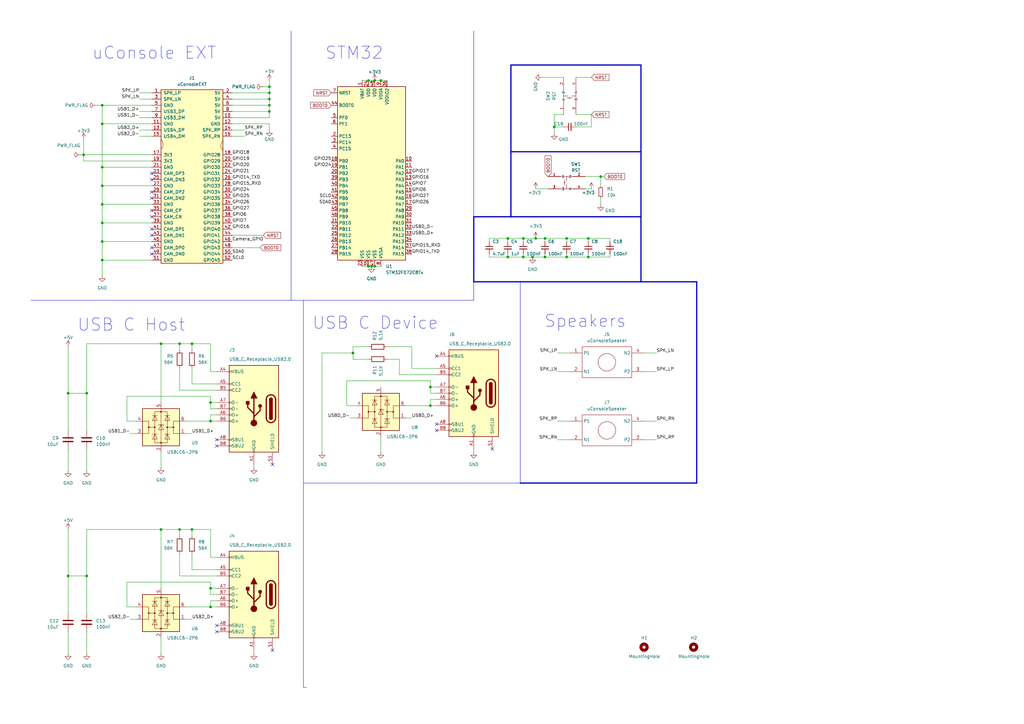
<source format=kicad_sch>
(kicad_sch (version 20231120) (generator "eeschema") (generator_version "8.0")
  (paper "A3")
  (title_block (title "uhub") (date "2023-10-19") (rev "0x01") (company "vitaly.codes"))
  (lib_symbols
    (symbol "@uhub:uConsoleExt" (pin_names (offset 1.016))
      (property "Reference" "J" (at 1.27 33.02 0))
      (property "Value" "uConsoleEXT" (at 1.27 -41.91 0))
      (symbol "uConsoleExt_0_1"
        (arc (start -11.3793 7.3977) (mid -10.5902 9.3027) (end -11.3793 11.2077))
        (arc (start 13.9259 10.8153) (mid 13.1368 8.9103) (end 13.9259 7.0053))
      )
      (symbol "uConsoleExt_1_1"
        (rectangle (start -11.43 31.75) (end 13.97 -39.37) (stroke (width 0.254)) (fill (type background)))
        (pin passive line (at -15.24 30.48 0) (length 3.81) (name "SPK_LP") (number "1"))
        (pin power_in line (at 17.78 20.32 180) (length 3.81) (name "5V") (number "10"))
        (pin passive line (at -15.24 17.78 0) (length 3.81) (name "GND") (number "11"))
        (pin power_in line (at 17.78 17.78 180) (length 3.81) (name "GND") (number "12"))
        (pin passive line (at -15.24 15.24 0) (length 3.81) (name "USB4_DP") (number "13"))
        (pin passive line (at 17.78 15.24 180) (length 3.81) (name "SPK_RP") (number "14"))
        (pin passive line (at -15.24 12.7 0) (length 3.81) (name "USB4_DM") (number "15"))
        (pin passive line (at 17.78 12.7 180) (length 3.81) (name "SPK_RN") (number "16"))
        (pin power_in line (at -15.24 5.08 0) (length 3.81) (name "3V3") (number "17"))
        (pin passive line (at 17.78 5.08 180) (length 3.81) (name "GPIO28") (number "18"))
        (pin power_in line (at -15.24 2.54 0) (length 3.81) (name "3V3") (number "19"))
        (pin power_in line (at 17.78 30.48 180) (length 3.81) (name "5V") (number "2"))
        (pin passive line (at 17.78 2.54 180) (length 3.81) (name "GPIO29") (number "20"))
        (pin passive line (at -15.24 0 0) (length 3.81) (name "GND") (number "21"))
        (pin passive line (at 17.78 0 180) (length 3.81) (name "GPIO30") (number "22"))
        (pin passive line (at -15.24 -2.54 0) (length 3.81) (name "CAM_DP3") (number "23"))
        (pin passive line (at 17.78 -2.54 180) (length 3.81) (name "GPIO31") (number "24"))
        (pin passive line (at -15.24 -5.08 0) (length 3.81) (name "CAM_DN3") (number "25"))
        (pin passive line (at 17.78 -5.08 180) (length 3.81) (name "GPIO32") (number "26"))
        (pin passive line (at -15.24 -7.62 0) (length 3.81) (name "GND") (number "27"))
        (pin passive line (at 17.78 -7.62 180) (length 3.81) (name "GPIO33") (number "28"))
        (pin passive line (at -15.24 -10.16 0) (length 3.81) (name "CAM_DP2") (number "29"))
        (pin passive line (at -15.24 27.94 0) (length 3.81) (name "SPK_LN") (number "3"))
        (pin passive line (at 17.78 -10.16 180) (length 3.81) (name "GPIO34") (number "30"))
        (pin passive line (at -15.24 -12.7 0) (length 3.81) (name "CAM_DN2") (number "31"))
        (pin passive line (at 17.78 -12.7 180) (length 3.81) (name "GPIO35") (number "32"))
        (pin passive line (at -15.24 -15.24 0) (length 3.81) (name "GND") (number "33"))
        (pin passive line (at 17.78 -15.24 180) (length 3.81) (name "GPIO36") (number "34"))
        (pin passive line (at -15.24 -17.78 0) (length 3.81) (name "CAM_CP") (number "35"))
        (pin passive line (at 17.78 -17.78 180) (length 3.81) (name "GPIO37") (number "36"))
        (pin passive line (at -15.24 -20.32 0) (length 3.81) (name "CAM_CN") (number "37"))
        (pin passive line (at 17.78 -20.32 180) (length 3.81) (name "GPIO38") (number "38"))
        (pin passive line (at -15.24 -22.86 0) (length 3.81) (name "GND") (number "39"))
        (pin power_in line (at 17.78 27.94 180) (length 3.81) (name "5V") (number "4"))
        (pin passive line (at 17.78 -22.86 180) (length 3.81) (name "GPIO39") (number "40"))
        (pin passive line (at -15.24 -25.4 0) (length 3.81) (name "CAM_DP1") (number "41"))
        (pin passive line (at 17.78 -25.4 180) (length 3.81) (name "GPIO40") (number "42"))
        (pin passive line (at -15.24 -27.94 0) (length 3.81) (name "CAM_DN1") (number "43"))
        (pin passive line (at 17.78 -27.94 180) (length 3.81) (name "GPIO41") (number "44"))
        (pin passive line (at -15.24 -30.48 0) (length 3.81) (name "GND") (number "45"))
        (pin passive line (at 17.78 -30.48 180) (length 3.81) (name "GPIO42") (number "46"))
        (pin passive line (at -15.24 -33.02 0) (length 3.81) (name "CAM_DP0") (number "47"))
        (pin passive line (at 17.78 -33.02 180) (length 3.81) (name "GPIO43") (number "48"))
        (pin passive line (at -15.24 -35.56 0) (length 3.81) (name "CAM_DN0") (number "49"))
        (pin passive line (at -15.24 25.4 0) (length 3.81) (name "GND") (number "5"))
        (pin passive line (at 17.78 -35.56 180) (length 3.81) (name "GPIO44") (number "50"))
        (pin passive line (at -15.24 -38.1 0) (length 3.81) (name "GND") (number "51"))
        (pin passive line (at 17.78 -38.1 180) (length 3.81) (name "GPIO45") (number "52"))
        (pin power_in line (at 17.78 25.4 180) (length 3.81) (name "5V") (number "6"))
        (pin passive line (at -15.24 22.86 0) (length 3.81) (name "USB3_DP") (number "7"))
        (pin power_in line (at 17.78 22.86 180) (length 3.81) (name "5V") (number "8"))
        (pin passive line (at -15.24 20.32 0) (length 3.81) (name "USB3_DM") (number "9"))
      )
    )
    (symbol "@uhub:uConsoleSpeaker" (in_bom no)
      (property "Reference" "J" (at 0 2.54 0))
      (property "Value" "uConsoleSpeaker" (at 0 0 0))
      (symbol "uConsoleSpeaker_0_1"
        (rectangle (start -10.16 -1.27) (end 10.16 -13.97))
        (circle (center 0 -7.62) (radius 3.5921))
      )
      (symbol "uConsoleSpeaker_1_1"
        (pin bidirectional line (at -15.24 -3.81 0) (length 5.08) (name "P1") (number "1"))
        (pin bidirectional line (at -15.24 -11.43 0) (length 5.08) (name "N1") (number "2"))
        (pin bidirectional line (at 15.24 -11.43 180) (length 5.08) (name "P2") (number "3"))
        (pin bidirectional line (at 15.24 -3.81 180) (length 5.08) (name "N2") (number "4"))
      )
    )
    (symbol "Connector:USB_C_Receptacle_USB2.0" (pin_names (offset 1.016))
      (property "Reference" "J" (at -10.16 19.05 0))
      (property "Value" "USB_C_Receptacle_USB2.0" (at 19.05 19.05 0))
      (symbol "USB_C_Receptacle_USB2.0_0_0"
        (rectangle (start -0.254 -17.78) (end 0.254 -16.764))
        (rectangle (start 10.16 -14.986) (end 9.144 -15.494))
        (rectangle (start 10.16 -12.446) (end 9.144 -12.954))
        (rectangle (start 10.16 -4.826) (end 9.144 -5.334))
        (rectangle (start 10.16 -2.286) (end 9.144 -2.794))
        (rectangle (start 10.16 0.254) (end 9.144 -0.254))
        (rectangle (start 10.16 2.794) (end 9.144 2.286))
        (rectangle (start 10.16 7.874) (end 9.144 7.366))
        (rectangle (start 10.16 10.414) (end 9.144 9.906))
        (rectangle (start 10.16 15.494) (end 9.144 14.986))
      )
      (symbol "USB_C_Receptacle_USB2.0_0_1"
        (rectangle (start -10.16 17.78) (end 10.16 -17.78) (stroke (width 0.254)) (fill (type background)))
        (arc (start -8.89 -3.81) (mid -6.985 -5.7067) (end -5.08 -3.81) (stroke (width 0.508)))
        (arc (start -7.62 -3.81) (mid -6.985 -4.4423) (end -6.35 -3.81) (stroke (width 0.254)))
        (arc (start -7.62 -3.81) (mid -6.985 -4.4423) (end -6.35 -3.81) (stroke (width 0.254)) (fill (type outline)))
        (rectangle (start -7.62 -3.81) (end -6.35 3.81) (stroke (width 0.254)) (fill (type outline)))
        (arc (start -6.35 3.81) (mid -6.985 4.4423) (end -7.62 3.81) (stroke (width 0.254)))
        (arc (start -6.35 3.81) (mid -6.985 4.4423) (end -7.62 3.81) (stroke (width 0.254)) (fill (type outline)))
        (arc (start -5.08 3.81) (mid -6.985 5.7067) (end -8.89 3.81) (stroke (width 0.508)))
        (circle (center -2.54 1.143) (radius 0.635) (stroke (width 0.254)) (fill (type outline)))
        (circle (center 0 -5.842) (radius 1.27) (fill (type outline)))
        (polyline (pts (xy -8.89 -3.81) (xy -8.89 3.81)) (stroke (width 0.508)))
        (polyline (pts (xy -5.08 3.81) (xy -5.08 -3.81)) (stroke (width 0.508)))
        (polyline (pts (xy 0 -5.842) (xy 0 4.318)) (stroke (width 0.508)))
        (polyline (pts (xy 0 -3.302) (xy -2.54 -0.762) (xy -2.54 0.508)) (stroke (width 0.508)))
        (polyline (pts (xy 0 -2.032) (xy 2.54 0.508) (xy 2.54 1.778)) (stroke (width 0.508)))
        (polyline (pts (xy -1.27 4.318) (xy 0 6.858) (xy 1.27 4.318) (xy -1.27 4.318)) (stroke (width 0.254)) (fill (type outline)))
        (rectangle (start 1.905 1.778) (end 3.175 3.048) (stroke (width 0.254)) (fill (type outline)))
      )
      (symbol "USB_C_Receptacle_USB2.0_1_1"
        (pin passive line (at 0 -22.86 90) (length 5.08) (name "GND") (number "A1"))
        (pin passive line (at 0 -22.86 90) (length 5.08) hide (name "GND") (number "A12"))
        (pin passive line (at 15.24 15.24 180) (length 5.08) (name "VBUS") (number "A4"))
        (pin bidirectional line (at 15.24 10.16 180) (length 5.08) (name "CC1") (number "A5"))
        (pin bidirectional line (at 15.24 -2.54 180) (length 5.08) (name "D+") (number "A6"))
        (pin bidirectional line (at 15.24 2.54 180) (length 5.08) (name "D-") (number "A7"))
        (pin bidirectional line (at 15.24 -12.7 180) (length 5.08) (name "SBU1") (number "A8"))
        (pin passive line (at 15.24 15.24 180) (length 5.08) hide (name "VBUS") (number "A9"))
        (pin passive line (at 0 -22.86 90) (length 5.08) hide (name "GND") (number "B1"))
        (pin passive line (at 0 -22.86 90) (length 5.08) hide (name "GND") (number "B12"))
        (pin passive line (at 15.24 15.24 180) (length 5.08) hide (name "VBUS") (number "B4"))
        (pin bidirectional line (at 15.24 7.62 180) (length 5.08) (name "CC2") (number "B5"))
        (pin bidirectional line (at 15.24 -5.08 180) (length 5.08) (name "D+") (number "B6"))
        (pin bidirectional line (at 15.24 0 180) (length 5.08) (name "D-") (number "B7"))
        (pin bidirectional line (at 15.24 -15.24 180) (length 5.08) (name "SBU2") (number "B8"))
        (pin passive line (at 15.24 15.24 180) (length 5.08) hide (name "VBUS") (number "B9"))
        (pin passive line (at -7.62 -22.86 90) (length 5.08) (name "SHIELD") (number "S1"))
      )
    )
    (symbol "Device:C" (pin_numbers hide) (pin_names (offset 0.254))
      (property "Reference" "C" (at 0.635 2.54 0))
      (property "Value" "C" (at 0.635 -2.54 0))
      (symbol "C_0_1"
        (polyline (pts (xy -2.032 -0.762) (xy 2.032 -0.762)) (stroke (width 0.508)))
        (polyline (pts (xy -2.032 0.762) (xy 2.032 0.762)) (stroke (width 0.508)))
      )
      (symbol "C_1_1"
        (pin passive line (at 0 3.81 270) (length 2.794) (name "~") (number "1"))
        (pin passive line (at 0 -3.81 90) (length 2.794) (name "~") (number "2"))
      )
    )
    (symbol "Device:C_Small" (pin_numbers hide) (pin_names (offset 0.254) hide)
      (property "Reference" "C" (at 0.254 1.778 0))
      (property "Value" "C_Small" (at 0.254 -2.032 0))
      (symbol "C_Small_0_1"
        (polyline (pts (xy -1.524 -0.508) (xy 1.524 -0.508)) (stroke (width 0.3302)))
        (polyline (pts (xy -1.524 0.508) (xy 1.524 0.508)) (stroke (width 0.3048)))
      )
      (symbol "C_Small_1_1"
        (pin passive line (at 0 2.54 270) (length 2.032) (name "~") (number "1"))
        (pin passive line (at 0 -2.54 90) (length 2.032) (name "~") (number "2"))
      )
    )
    (symbol "Device:R" (pin_numbers hide) (pin_names (offset 0))
      (property "Reference" "R" (at 2.032 0 90))
      (property "Value" "R" (at 0 0 90))
      (symbol "R_0_1"
        (rectangle (start -1.016 -2.54) (end 1.016 2.54) (stroke (width 0.254)))
      )
      (symbol "R_1_1"
        (pin passive line (at 0 3.81 270) (length 1.27) (name "~") (number "1"))
        (pin passive line (at 0 -3.81 90) (length 1.27) (name "~") (number "2"))
      )
    )
    (symbol "Device:R_Small" (pin_numbers hide) (pin_names (offset 0.254) hide)
      (property "Reference" "R" (at 0.762 0.508 0))
      (property "Value" "R_Small" (at 0.762 -1.016 0))
      (symbol "R_Small_0_1"
        (rectangle (start -0.762 1.778) (end 0.762 -1.778) (stroke (width 0.2032)))
      )
      (symbol "R_Small_1_1"
        (pin passive line (at 0 2.54 270) (length 0.762) (name "~") (number "1"))
        (pin passive line (at 0 -2.54 90) (length 0.762) (name "~") (number "2"))
      )
    )
    (symbol "JLCPCB_symbol:SKRPACE010"
      (property "Reference" "U" (at 0 1.27 0))
      (property "Value" "SKRPACE010" (at 0 -2.54 0))
      (symbol "SKRPACE010_0_1"
        (polyline (pts (xy -2.54 -3.81) (xy 2.54 -3.81)))
        (polyline (pts (xy -2.54 1.27) (xy 2.54 1.27)))
        (polyline (pts (xy -0.762 0) (xy -0.762 -2.286)))
        (polyline (pts (xy 0 -3.81) (xy 0 -2.032)))
        (polyline (pts (xy 0 0.254) (xy 0 -0.508)))
        (polyline (pts (xy 0 1.27) (xy 0 0.254)))
        (polyline (pts (xy -0.762 -1.016) (xy -1.016 -1.016) (xy -1.016 -1.27) (xy -0.762 -1.27)))
        (pin unspecified line (at -7.62 1.27 0) (length 5.08) (name "1") (number "1"))
        (pin unspecified line (at 7.62 1.27 180) (length 5.08) (name "2") (number "2"))
        (pin unspecified line (at -7.62 -3.81 0) (length 5.08) (name "3") (number "3"))
        (pin unspecified line (at 7.62 -3.81 180) (length 5.08) (name "4") (number "4"))
      )
    )
    (symbol "MCU_ST_STM32F0:STM32F072C8Tx"
      (property "Reference" "U" (at -15.24 36.83 0))
      (property "Value" "STM32F072C8Tx" (at 7.62 36.83 0))
      (symbol "STM32F072C8Tx_0_1"
        (rectangle (start -15.24 -35.56) (end 12.7 35.56) (stroke (width 0.254)) (fill (type background)))
      )
      (symbol "STM32F072C8Tx_1_1"
        (pin power_in line (at -5.08 38.1 270) (length 2.54) (name "VBAT") (number "1"))
        (pin bidirectional line (at 15.24 5.08 180) (length 2.54) (name "PA0") (number "10"))
        (pin bidirectional line (at 15.24 2.54 180) (length 2.54) (name "PA1") (number "11"))
        (pin bidirectional line (at 15.24 0 180) (length 2.54) (name "PA2") (number "12"))
        (pin bidirectional line (at 15.24 -2.54 180) (length 2.54) (name "PA3") (number "13"))
        (pin bidirectional line (at 15.24 -5.08 180) (length 2.54) (name "PA4") (number "14"))
        (pin bidirectional line (at 15.24 -7.62 180) (length 2.54) (name "PA5") (number "15"))
        (pin bidirectional line (at 15.24 -10.16 180) (length 2.54) (name "PA6") (number "16"))
        (pin bidirectional line (at 15.24 -12.7 180) (length 2.54) (name "PA7") (number "17"))
        (pin bidirectional line (at -17.78 5.08 0) (length 2.54) (name "PB0") (number "18"))
        (pin bidirectional line (at -17.78 2.54 0) (length 2.54) (name "PB1") (number "19"))
        (pin bidirectional line (at -17.78 15.24 0) (length 2.54) (name "PC13") (number "2"))
        (pin bidirectional line (at -17.78 0 0) (length 2.54) (name "PB2") (number "20"))
        (pin bidirectional line (at -17.78 -20.32 0) (length 2.54) (name "PB10") (number "21"))
        (pin bidirectional line (at -17.78 -22.86 0) (length 2.54) (name "PB11") (number "22"))
        (pin power_in line (at -5.08 -38.1 90) (length 2.54) (name "VSS") (number "23"))
        (pin power_in line (at -2.54 38.1 270) (length 2.54) (name "VDD") (number "24"))
        (pin bidirectional line (at -17.78 -25.4 0) (length 2.54) (name "PB12") (number "25"))
        (pin bidirectional line (at -17.78 -27.94 0) (length 2.54) (name "PB13") (number "26"))
        (pin bidirectional line (at -17.78 -30.48 0) (length 2.54) (name "PB14") (number "27"))
        (pin bidirectional line (at -17.78 -33.02 0) (length 2.54) (name "PB15") (number "28"))
        (pin bidirectional line (at 15.24 -15.24 180) (length 2.54) (name "PA8") (number "29"))
        (pin bidirectional line (at -17.78 12.7 0) (length 2.54) (name "PC14") (number "3"))
        (pin bidirectional line (at 15.24 -17.78 180) (length 2.54) (name "PA9") (number "30"))
        (pin bidirectional line (at 15.24 -20.32 180) (length 2.54) (name "PA10") (number "31"))
        (pin bidirectional line (at 15.24 -22.86 180) (length 2.54) (name "PA11") (number "32"))
        (pin bidirectional line (at 15.24 -25.4 180) (length 2.54) (name "PA12") (number "33"))
        (pin bidirectional line (at 15.24 -27.94 180) (length 2.54) (name "PA13") (number "34"))
        (pin power_in line (at -2.54 -38.1 90) (length 2.54) (name "VSS") (number "35"))
        (pin power_in line (at 5.08 38.1 270) (length 2.54) (name "VDDIO2") (number "36"))
        (pin bidirectional line (at 15.24 -30.48 180) (length 2.54) (name "PA14") (number "37"))
        (pin bidirectional line (at 15.24 -33.02 180) (length 2.54) (name "PA15") (number "38"))
        (pin bidirectional line (at -17.78 -2.54 0) (length 2.54) (name "PB3") (number "39"))
        (pin bidirectional line (at -17.78 10.16 0) (length 2.54) (name "PC15") (number "4"))
        (pin bidirectional line (at -17.78 -5.08 0) (length 2.54) (name "PB4") (number "40"))
        (pin bidirectional line (at -17.78 -7.62 0) (length 2.54) (name "PB5") (number "41"))
        (pin bidirectional line (at -17.78 -10.16 0) (length 2.54) (name "PB6") (number "42"))
        (pin bidirectional line (at -17.78 -12.7 0) (length 2.54) (name "PB7") (number "43"))
        (pin input line (at -17.78 27.94 0) (length 2.54) (name "BOOT0") (number "44"))
        (pin bidirectional line (at -17.78 -15.24 0) (length 2.54) (name "PB8") (number "45"))
        (pin bidirectional line (at -17.78 -17.78 0) (length 2.54) (name "PB9") (number "46"))
        (pin power_in line (at 0 -38.1 90) (length 2.54) (name "VSS") (number "47"))
        (pin power_in line (at 0 38.1 270) (length 2.54) (name "VDD") (number "48"))
        (pin input line (at -17.78 22.86 0) (length 2.54) (name "PF0") (number "5"))
        (pin input line (at -17.78 20.32 0) (length 2.54) (name "PF1") (number "6"))
        (pin input line (at -17.78 33.02 0) (length 2.54) (name "NRST") (number "7"))
        (pin power_in line (at 2.54 -38.1 90) (length 2.54) (name "VSSA") (number "8"))
        (pin power_in line (at 2.54 38.1 270) (length 2.54) (name "VDDA") (number "9"))
      )
    )
    (symbol "Mechanical:MountingHole" (pin_names (offset 1.016))
      (property "Reference" "H" (at 0 5.08 0))
      (property "Value" "MountingHole" (at 0 3.175 0))
      (symbol "MountingHole_0_1"
        (circle (center 0 0) (radius 1.27) (stroke (width 1.27)))
      )
    )
    (symbol "Power_Protection:USBLC6-2P6" (pin_names hide)
      (property "Reference" "U" (at 2.54 8.89 0))
      (property "Value" "USBLC6-2P6" (at 2.54 -8.89 0))
      (symbol "USBLC6-2P6_0_1"
        (rectangle (start -7.62 -7.62) (end 7.62 7.62) (stroke (width 0.254)) (fill (type background)))
        (circle (center -5.08 0) (radius 0.254) (fill (type outline)))
        (circle (center -2.54 0) (radius 0.254) (fill (type outline)))
        (rectangle (start -2.54 6.35) (end 2.54 -6.35))
        (circle (center 0 -6.35) (radius 0.254) (fill (type outline)))
        (polyline (pts (xy -5.08 -2.54) (xy -7.62 -2.54)))
        (polyline (pts (xy -5.08 0) (xy -5.08 -2.54)))
        (polyline (pts (xy -5.08 2.54) (xy -7.62 2.54)))
        (polyline (pts (xy -1.524 -2.794) (xy -3.556 -2.794)))
        (polyline (pts (xy -1.524 4.826) (xy -3.556 4.826)))
        (polyline (pts (xy 0 -7.62) (xy 0 -6.35)))
        (polyline (pts (xy 0 -6.35) (xy 0 1.27)))
        (polyline (pts (xy 0 1.27) (xy 0 6.35)))
        (polyline (pts (xy 0 6.35) (xy 0 7.62)))
        (polyline (pts (xy 1.524 -2.794) (xy 3.556 -2.794)))
        (polyline (pts (xy 1.524 4.826) (xy 3.556 4.826)))
        (polyline (pts (xy 5.08 -2.54) (xy 7.62 -2.54)))
        (polyline (pts (xy 5.08 0) (xy 5.08 -2.54)))
        (polyline (pts (xy 5.08 2.54) (xy 7.62 2.54)))
        (polyline (pts (xy -2.54 0) (xy -5.08 0) (xy -5.08 2.54)))
        (polyline (pts (xy 2.54 0) (xy 5.08 0) (xy 5.08 2.54)))
        (polyline (pts (xy -3.556 -4.826) (xy -1.524 -4.826) (xy -2.54 -2.794) (xy -3.556 -4.826)))
        (polyline (pts (xy -3.556 2.794) (xy -1.524 2.794) (xy -2.54 4.826) (xy -3.556 2.794)))
        (polyline (pts (xy -1.016 -1.016) (xy 1.016 -1.016) (xy 0 1.016) (xy -1.016 -1.016)))
        (polyline (pts (xy 1.016 1.016) (xy 0.762 1.016) (xy -1.016 1.016) (xy -1.016 0.508)))
        (polyline (pts (xy 3.556 -4.826) (xy 1.524 -4.826) (xy 2.54 -2.794) (xy 3.556 -4.826)))
        (polyline (pts (xy 3.556 2.794) (xy 1.524 2.794) (xy 2.54 4.826) (xy 3.556 2.794)))
        (circle (center 0 6.35) (radius 0.254) (fill (type outline)))
        (circle (center 2.54 0) (radius 0.254) (fill (type outline)))
        (circle (center 5.08 0) (radius 0.254) (fill (type outline)))
      )
      (symbol "USBLC6-2P6_1_1"
        (pin passive line (at -10.16 -2.54 0) (length 2.54) (name "I/O1") (number "1"))
        (pin passive line (at 0 -10.16 90) (length 2.54) (name "GND") (number "2"))
        (pin passive line (at 10.16 -2.54 180) (length 2.54) (name "I/O2") (number "3"))
        (pin passive line (at 10.16 2.54 180) (length 2.54) (name "I/O2") (number "4"))
        (pin passive line (at 0 10.16 270) (length 2.54) (name "VBUS") (number "5"))
        (pin passive line (at -10.16 2.54 0) (length 2.54) (name "I/O1") (number "6"))
      )
    )
    (symbol "power:+3.3V" (power) (pin_names (offset 0))
      (property "Value" "+3.3V" (at 0 3.556 0))
      (symbol "+3.3V_0_1"
        (polyline (pts (xy -0.762 1.27) (xy 0 2.54)))
        (polyline (pts (xy 0 0) (xy 0 2.54)))
        (polyline (pts (xy 0 2.54) (xy 0.762 1.27)))
      )
      (symbol "+3.3V_1_1"
        (pin power_in line (at 0 0 90) (length 0) hide (name "+3.3V") (number "1"))
      )
    )
    (symbol "power:+3V3" (power) (pin_names (offset 0))
      (property "Value" "+3V3" (at 0 3.556 0))
      (symbol "+3V3_0_1"
        (polyline (pts (xy -0.762 1.27) (xy 0 2.54)))
        (polyline (pts (xy 0 0) (xy 0 2.54)))
        (polyline (pts (xy 0 2.54) (xy 0.762 1.27)))
      )
      (symbol "+3V3_1_1"
        (pin power_in line (at 0 0 90) (length 0) hide (name "+3V3") (number "1"))
      )
    )
    (symbol "power:+5V" (power) (pin_names (offset 0))
      (property "Value" "+5V" (at 0 3.556 0))
      (symbol "+5V_0_1"
        (polyline (pts (xy -0.762 1.27) (xy 0 2.54)))
        (polyline (pts (xy 0 0) (xy 0 2.54)))
        (polyline (pts (xy 0 2.54) (xy 0.762 1.27)))
      )
      (symbol "+5V_1_1"
        (pin power_in line (at 0 0 90) (length 0) hide (name "+5V") (number "1"))
      )
    )
    (symbol "power:GND" (power) (pin_names (offset 0))
      (property "Value" "GND" (at 0 -3.81 0))
      (symbol "GND_0_1"
        (polyline (pts (xy 0 0) (xy 0 -1.27) (xy 1.27 -1.27) (xy 0 -2.54) (xy -1.27 -1.27) (xy 0 -1.27)))
      )
      (symbol "GND_1_1"
        (pin power_in line (at 0 0 270) (length 0) hide (name "GND") (number "1"))
      )
    )
    (symbol "power:PWR_FLAG" (power) (pin_numbers hide) (pin_names (offset 0) hide)
      (property "Value" "PWR_FLAG" (at 0 3.81 0))
      (symbol "PWR_FLAG_0_0"
        (pin power_out line (at 0 0 90) (length 0) (name "pwr") (number "1"))
      )
      (symbol "PWR_FLAG_0_1"
        (polyline (pts (xy 0 0) (xy 0 1.27) (xy -1.016 1.905) (xy 0 2.54) (xy 1.016 1.905) (xy 0 1.27)))
      )
    )
  )
  (junction (at 110.49 38.1))
  (junction (at 246.38 72.39))
  (junction (at 151.13 33.02))
  (junction (at 219.71 97.79))
  (junction (at 153.67 109.22))
  (junction (at 78.74 140.97))
  (junction (at 110.49 45.72))
  (junction (at 41.91 83.82))
  (junction (at 86.36 172.72))
  (junction (at 41.91 43.18))
  (junction (at 176.53 158.75))
  (junction (at 223.52 105.41))
  (junction (at 241.3 97.79))
  (junction (at 208.28 105.41))
  (junction (at 41.91 50.8))
  (junction (at 232.41 105.41))
  (junction (at 86.36 241.3))
  (junction (at 176.53 166.37))
  (junction (at 78.74 217.17))
  (junction (at 66.04 140.97))
  (junction (at 144.78 144.78))
  (junction (at 214.63 97.79))
  (junction (at 41.91 91.44))
  (junction (at 73.66 217.17))
  (junction (at 152.4 109.22))
  (junction (at 214.63 105.41))
  (junction (at 27.94 236.22))
  (junction (at 241.3 105.41))
  (junction (at 34.29 63.5))
  (junction (at 41.91 106.68))
  (junction (at 156.21 33.02))
  (junction (at 227.33 52.07))
  (junction (at 35.56 236.22))
  (junction (at 86.36 248.92))
  (junction (at 66.04 217.17))
  (junction (at 41.91 68.58))
  (junction (at 73.66 140.97))
  (junction (at 151.13 109.22))
  (junction (at 153.67 33.02))
  (junction (at 27.94 161.29))
  (junction (at 232.41 97.79))
  (junction (at 218.44 105.41))
  (junction (at 110.49 35.56))
  (junction (at 110.49 40.64))
  (junction (at 41.91 99.06))
  (junction (at 110.49 43.18))
  (junction (at 35.56 161.29))
  (junction (at 208.28 97.79))
  (junction (at 223.52 97.79))
  (junction (at 86.36 165.1))
  (junction (at 41.91 76.2))
  (no_connect (at 62.23 104.14))
  (no_connect (at 201.93 184.15))
  (no_connect (at 62.23 101.6))
  (no_connect (at 88.9 182.88))
  (no_connect (at 179.07 176.53))
  (no_connect (at 62.23 88.9))
  (no_connect (at 111.76 190.5))
  (no_connect (at 62.23 81.28))
  (no_connect (at 62.23 86.36))
  (no_connect (at 179.07 146.05))
  (no_connect (at 62.23 96.52))
  (no_connect (at 88.9 256.54))
  (no_connect (at 179.07 173.99))
  (no_connect (at 111.76 266.7))
  (no_connect (at 62.23 71.12))
  (no_connect (at 62.23 78.74))
  (no_connect (at 62.23 73.66))
  (no_connect (at 88.9 259.08))
  (no_connect (at 62.23 93.98))
  (no_connect (at 88.9 180.34))
  (wire (pts (xy 41.91 68.58) (xy 62.23 68.58)))
  (wire (pts (xy 78.74 233.68) (xy 78.74 227.33)))
  (wire (pts (xy 110.49 43.18) (xy 110.49 45.72)))
  (wire (pts (xy 214.63 97.79) (xy 214.63 99.06)))
  (wire (pts (xy 41.91 91.44) (xy 41.91 99.06)))
  (wire (pts (xy 104.14 267.97) (xy 104.14 266.7)))
  (wire (pts (xy 57.15 40.64) (xy 62.23 40.64)))
  (wire (pts (xy 236.22 46.99) (xy 242.57 46.99)))
  (wire (pts (xy 236.22 52.07) (xy 242.57 52.07)))
  (wire (pts (xy 228.6 152.4) (xy 233.68 152.4)))
  (wire (pts (xy 41.91 50.8) (xy 62.23 50.8)))
  (wire (pts (xy 110.49 35.56) (xy 110.49 38.1)))
  (wire (pts (xy 156.21 33.02) (xy 153.67 33.02)))
  (wire (pts (xy 194.31 185.42) (xy 194.31 184.15)))
  (wire (pts (xy 27.94 217.17) (xy 27.94 236.22)))
  (wire (pts (xy 168.91 151.13) (xy 179.07 151.13)))
  (wire (pts (xy 219.71 97.79) (xy 223.52 97.79)))
  (wire (pts (xy 86.36 162.56) (xy 86.36 165.1)))
  (polyline (pts (xy 262.89 88.9) (xy 262.89 26.67)) (stroke (width 0.5) (type solid)))
  (wire (pts (xy 78.74 177.8) (xy 76.2 177.8)))
  (wire (pts (xy 176.53 166.37) (xy 179.07 166.37)))
  (wire (pts (xy 219.71 77.47) (xy 224.79 77.47)))
  (wire (pts (xy 35.56 184.15) (xy 35.56 193.04)))
  (wire (pts (xy 35.56 236.22) (xy 35.56 251.46)))
  (wire (pts (xy 95.25 40.64) (xy 110.49 40.64)))
  (wire (pts (xy 88.9 246.38) (xy 86.36 246.38)))
  (wire (pts (xy 144.78 144.78) (xy 144.78 142.24)))
  (wire (pts (xy 241.3 105.41) (xy 250.19 105.41)))
  (wire (pts (xy 208.28 97.79) (xy 208.28 99.06)))
  (polyline (pts (xy 124.46 123.19) (xy 124.46 281.94)))
  (polyline (pts (xy 209.55 88.9) (xy 262.89 88.9)) (stroke (width 0.5) (type solid)))
  (wire (pts (xy 144.78 147.32) (xy 144.78 144.78)))
  (polyline (pts (xy 209.55 26.67) (xy 262.89 26.67)) (stroke (width 0.5) (type solid)))
  (wire (pts (xy 27.94 142.24) (xy 27.94 161.29)))
  (wire (pts (xy 86.36 217.17) (xy 86.36 228.6)))
  (wire (pts (xy 208.28 105.41) (xy 214.63 105.41)))
  (wire (pts (xy 106.68 101.6) (xy 95.25 101.6)))
  (wire (pts (xy 78.74 157.48) (xy 78.74 151.13)))
  (wire (pts (xy 156.21 33.02) (xy 158.75 33.02)))
  (wire (pts (xy 52.07 248.92) (xy 52.07 238.76)))
  (wire (pts (xy 166.37 166.37) (xy 176.53 166.37)))
  (wire (pts (xy 218.44 105.41) (xy 223.52 105.41)))
  (wire (pts (xy 241.3 97.79) (xy 241.3 99.06)))
  (polyline (pts (xy 285.75 115.57) (xy 285.75 198.12)) (stroke (width 0.5) (type solid)))
  (wire (pts (xy 163.83 147.32) (xy 158.75 147.32)))
  (wire (pts (xy 246.38 72.39) (xy 247.65 72.39)))
  (polyline (pts (xy 209.55 26.67) (xy 209.55 88.9)) (stroke (width 0.5) (type solid)))
  (polyline (pts (xy 194.31 88.9) (xy 194.31 115.57)) (stroke (width 0.5) (type solid)))
  (wire (pts (xy 52.07 172.72) (xy 52.07 162.56)))
  (wire (pts (xy 86.36 243.84) (xy 86.36 241.3)))
  (wire (pts (xy 250.19 97.79) (xy 250.19 99.06)))
  (wire (pts (xy 86.36 243.84) (xy 88.9 243.84)))
  (wire (pts (xy 73.66 217.17) (xy 78.74 217.17)))
  (wire (pts (xy 27.94 184.15) (xy 27.94 193.04)))
  (wire (pts (xy 78.74 217.17) (xy 86.36 217.17)))
  (wire (pts (xy 88.9 160.02) (xy 73.66 160.02)))
  (wire (pts (xy 208.28 104.14) (xy 208.28 105.41)))
  (wire (pts (xy 95.25 38.1) (xy 110.49 38.1)))
  (wire (pts (xy 35.56 259.08) (xy 35.56 267.97)))
  (wire (pts (xy 86.36 152.4) (xy 88.9 152.4)))
  (wire (pts (xy 41.91 50.8) (xy 41.91 68.58)))
  (wire (pts (xy 55.88 248.92) (xy 52.07 248.92)))
  (wire (pts (xy 86.36 140.97) (xy 86.36 152.4)))
  (wire (pts (xy 223.52 105.41) (xy 232.41 105.41)))
  (wire (pts (xy 142.24 156.21) (xy 176.53 156.21)))
  (wire (pts (xy 34.29 57.15) (xy 34.29 63.5)))
  (wire (pts (xy 223.52 97.79) (xy 232.41 97.79)))
  (wire (pts (xy 52.07 238.76) (xy 86.36 238.76)))
  (wire (pts (xy 100.33 55.88) (xy 95.25 55.88)))
  (wire (pts (xy 88.9 233.68) (xy 78.74 233.68)))
  (wire (pts (xy 222.25 31.75) (xy 231.14 31.75)))
  (wire (pts (xy 78.74 140.97) (xy 86.36 140.97)))
  (wire (pts (xy 41.91 43.18) (xy 62.23 43.18)))
  (wire (pts (xy 88.9 241.3) (xy 86.36 241.3)))
  (wire (pts (xy 242.57 52.07) (xy 242.57 46.99)))
  (wire (pts (xy 227.33 54.61) (xy 227.33 52.07)))
  (wire (pts (xy 168.91 151.13) (xy 168.91 142.24)))
  (wire (pts (xy 232.41 105.41) (xy 241.3 105.41)))
  (wire (pts (xy 57.15 48.26) (xy 62.23 48.26)))
  (wire (pts (xy 95.25 45.72) (xy 110.49 45.72)))
  (wire (pts (xy 86.36 167.64) (xy 86.36 165.1)))
  (polyline (pts (xy 124.46 198.12) (xy 213.36 198.12)))
  (wire (pts (xy 269.24 152.4) (xy 264.16 152.4)))
  (wire (pts (xy 57.15 53.34) (xy 62.23 53.34)))
  (wire (pts (xy 148.59 109.22) (xy 151.13 109.22)))
  (wire (pts (xy 66.04 217.17) (xy 73.66 217.17)))
  (wire (pts (xy 88.9 165.1) (xy 86.36 165.1)))
  (polyline (pts (xy 194.31 115.57) (xy 262.89 115.57)) (stroke (width 0.5) (type solid)))
  (wire (pts (xy 86.36 238.76) (xy 86.36 241.3)))
  (wire (pts (xy 88.9 157.48) (xy 78.74 157.48)))
  (wire (pts (xy 241.3 104.14) (xy 241.3 105.41)))
  (polyline (pts (xy 194.31 88.9) (xy 209.55 88.9)) (stroke (width 0.5) (type solid)))
  (wire (pts (xy 66.04 261.62) (xy 66.04 267.97)))
  (wire (pts (xy 35.56 217.17) (xy 35.56 236.22)))
  (wire (pts (xy 41.91 99.06) (xy 62.23 99.06)))
  (wire (pts (xy 78.74 217.17) (xy 78.74 219.71)))
  (wire (pts (xy 55.88 172.72) (xy 52.07 172.72)))
  (polyline (pts (xy 262.89 115.57) (xy 285.75 115.57)) (stroke (width 0.5) (type solid)))
  (wire (pts (xy 107.95 96.52) (xy 95.25 96.52)))
  (wire (pts (xy 232.41 105.41) (xy 232.41 104.14)))
  (wire (pts (xy 95.25 53.34) (xy 100.33 53.34)))
  (polyline (pts (xy 119.38 123.19) (xy 194.31 123.19)))
  (wire (pts (xy 27.94 259.08) (xy 27.94 267.97)))
  (wire (pts (xy 241.3 97.79) (xy 250.19 97.79)))
  (polyline (pts (xy 213.36 115.57) (xy 213.36 198.12)))
  (wire (pts (xy 88.9 170.18) (xy 86.36 170.18)))
  (wire (pts (xy 104.14 191.77) (xy 104.14 190.5)))
  (wire (pts (xy 35.56 140.97) (xy 35.56 161.29)))
  (wire (pts (xy 214.63 97.79) (xy 208.28 97.79)))
  (wire (pts (xy 41.91 106.68) (xy 62.23 106.68)))
  (wire (pts (xy 53.34 177.8) (xy 55.88 177.8)))
  (wire (pts (xy 107.95 35.56) (xy 110.49 35.56)))
  (wire (pts (xy 57.15 38.1) (xy 62.23 38.1)))
  (wire (pts (xy 214.63 104.14) (xy 214.63 105.41)))
  (wire (pts (xy 52.07 162.56) (xy 86.36 162.56)))
  (wire (pts (xy 110.49 38.1) (xy 110.49 40.64)))
  (polyline (pts (xy 262.89 88.9) (xy 262.89 115.57)) (stroke (width 0.5) (type solid)))
  (wire (pts (xy 34.29 63.5) (xy 34.29 66.04)))
  (wire (pts (xy 86.36 228.6) (xy 88.9 228.6)))
  (wire (pts (xy 41.91 106.68) (xy 41.91 113.03)))
  (wire (pts (xy 214.63 97.79) (xy 219.71 97.79)))
  (wire (pts (xy 110.49 50.8) (xy 110.49 53.34)))
  (wire (pts (xy 27.94 236.22) (xy 27.94 251.46)))
  (wire (pts (xy 214.63 105.41) (xy 218.44 105.41)))
  (wire (pts (xy 227.33 52.07) (xy 227.33 46.99)))
  (wire (pts (xy 73.66 143.51) (xy 73.66 140.97)))
  (wire (pts (xy 73.66 236.22) (xy 73.66 227.33)))
  (wire (pts (xy 41.91 91.44) (xy 62.23 91.44)))
  (wire (pts (xy 179.07 163.83) (xy 176.53 163.83)))
  (wire (pts (xy 200.66 97.79) (xy 208.28 97.79)))
  (wire (pts (xy 142.24 166.37) (xy 142.24 156.21)))
  (wire (pts (xy 57.15 55.88) (xy 62.23 55.88)))
  (wire (pts (xy 242.57 77.47) (xy 240.03 77.47)))
  (wire (pts (xy 152.4 109.22) (xy 153.67 109.22)))
  (wire (pts (xy 41.91 68.58) (xy 41.91 76.2)))
  (wire (pts (xy 200.66 104.14) (xy 200.66 105.41)))
  (polyline (pts (xy 124.46 281.94) (xy 125.73 281.94)))
  (wire (pts (xy 168.91 171.45) (xy 166.37 171.45)))
  (wire (pts (xy 76.2 172.72) (xy 86.36 172.72)))
  (wire (pts (xy 144.78 144.78) (xy 132.08 144.78)))
  (wire (pts (xy 53.34 254) (xy 55.88 254)))
  (wire (pts (xy 246.38 72.39) (xy 246.38 76.2)))
  (wire (pts (xy 232.41 97.79) (xy 232.41 99.06)))
  (wire (pts (xy 231.14 52.07) (xy 227.33 52.07)))
  (wire (pts (xy 34.29 66.04) (xy 62.23 66.04)))
  (wire (pts (xy 110.49 40.64) (xy 110.49 43.18)))
  (wire (pts (xy 35.56 161.29) (xy 27.94 161.29)))
  (wire (pts (xy 240.03 72.39) (xy 246.38 72.39)))
  (wire (pts (xy 148.59 33.02) (xy 151.13 33.02)))
  (wire (pts (xy 86.36 167.64) (xy 88.9 167.64)))
  (wire (pts (xy 176.53 161.29) (xy 179.07 161.29)))
  (wire (pts (xy 223.52 97.79) (xy 223.52 99.06)))
  (wire (pts (xy 33.02 63.5) (xy 34.29 63.5)))
  (wire (pts (xy 158.75 142.24) (xy 168.91 142.24)))
  (wire (pts (xy 228.6 172.72) (xy 233.68 172.72)))
  (wire (pts (xy 41.91 99.06) (xy 41.91 106.68)))
  (wire (pts (xy 95.25 50.8) (xy 110.49 50.8)))
  (wire (pts (xy 41.91 76.2) (xy 41.91 83.82)))
  (wire (pts (xy 176.53 163.83) (xy 176.53 166.37)))
  (polyline (pts (xy 209.55 62.23) (xy 262.89 62.23)) (stroke (width 0.5) (type solid)))
  (wire (pts (xy 110.49 33.02) (xy 110.49 35.56)))
  (wire (pts (xy 27.94 161.29) (xy 27.94 176.53)))
  (wire (pts (xy 86.36 172.72) (xy 88.9 172.72)))
  (wire (pts (xy 227.33 46.99) (xy 231.14 46.99)))
  (wire (pts (xy 41.91 43.18) (xy 41.91 50.8)))
  (wire (pts (xy 39.37 43.18) (xy 41.91 43.18)))
  (wire (pts (xy 35.56 140.97) (xy 66.04 140.97)))
  (wire (pts (xy 35.56 161.29) (xy 35.56 176.53)))
  (wire (pts (xy 41.91 83.82) (xy 62.23 83.82)))
  (wire (pts (xy 246.38 81.28) (xy 246.38 83.82)))
  (wire (pts (xy 88.9 236.22) (xy 73.66 236.22)))
  (polyline (pts (xy 12.7 123.19) (xy 119.38 123.19)))
  (wire (pts (xy 76.2 248.92) (xy 86.36 248.92)))
  (polyline (pts (xy 285.75 198.12) (xy 213.36 198.12)) (stroke (width 0.5) (type solid)))
  (wire (pts (xy 144.78 142.24) (xy 151.13 142.24)))
  (wire (pts (xy 35.56 236.22) (xy 27.94 236.22)))
  (wire (pts (xy 176.53 161.29) (xy 176.53 158.75)))
  (wire (pts (xy 151.13 147.32) (xy 144.78 147.32)))
  (wire (pts (xy 153.67 109.22) (xy 156.21 109.22)))
  (wire (pts (xy 163.83 147.32) (xy 163.83 153.67)))
  (wire (pts (xy 250.19 104.14) (xy 250.19 105.41)))
  (wire (pts (xy 57.15 45.72) (xy 62.23 45.72)))
  (wire (pts (xy 179.07 158.75) (xy 176.53 158.75)))
  (polyline (pts (xy 194.31 12.7) (xy 194.31 123.19)))
  (wire (pts (xy 110.49 48.26) (xy 110.49 45.72)))
  (wire (pts (xy 66.04 185.42) (xy 66.04 191.77)))
  (wire (pts (xy 146.05 166.37) (xy 142.24 166.37)))
  (wire (pts (xy 95.25 43.18) (xy 110.49 43.18)))
  (wire (pts (xy 151.13 33.02) (xy 153.67 33.02)))
  (wire (pts (xy 86.36 170.18) (xy 86.36 172.72)))
  (wire (pts (xy 132.08 144.78) (xy 132.08 185.42)))
  (wire (pts (xy 73.66 219.71) (xy 73.66 217.17)))
  (wire (pts (xy 179.07 153.67) (xy 163.83 153.67)))
  (wire (pts (xy 232.41 97.79) (xy 241.3 97.79)))
  (wire (pts (xy 66.04 140.97) (xy 66.04 165.1)))
  (wire (pts (xy 242.57 31.75) (xy 236.22 31.75)))
  (wire (pts (xy 73.66 140.97) (xy 78.74 140.97)))
  (wire (pts (xy 151.13 109.22) (xy 152.4 109.22)))
  (wire (pts (xy 35.56 217.17) (xy 66.04 217.17)))
  (wire (pts (xy 223.52 105.41) (xy 223.52 104.14)))
  (wire (pts (xy 269.24 172.72) (xy 264.16 172.72)))
  (wire (pts (xy 95.25 48.26) (xy 110.49 48.26)))
  (wire (pts (xy 78.74 254) (xy 76.2 254)))
  (wire (pts (xy 86.36 248.92) (xy 88.9 248.92)))
  (wire (pts (xy 228.6 180.34) (xy 233.68 180.34)))
  (wire (pts (xy 41.91 83.82) (xy 41.91 91.44)))
  (wire (pts (xy 86.36 246.38) (xy 86.36 248.92)))
  (wire (pts (xy 200.66 99.06) (xy 200.66 97.79)))
  (wire (pts (xy 66.04 217.17) (xy 66.04 241.3)))
  (wire (pts (xy 176.53 156.21) (xy 176.53 158.75)))
  (wire (pts (xy 34.29 63.5) (xy 62.23 63.5)))
  (wire (pts (xy 200.66 105.41) (xy 208.28 105.41)))
  (wire (pts (xy 269.24 144.78) (xy 264.16 144.78)))
  (wire (pts (xy 66.04 140.97) (xy 73.66 140.97)))
  (wire (pts (xy 228.6 144.78) (xy 233.68 144.78)))
  (polyline (pts (xy 119.38 12.7) (xy 119.38 123.19)))
  (wire (pts (xy 41.91 76.2) (xy 62.23 76.2)))
  (wire (pts (xy 269.24 180.34) (xy 264.16 180.34)))
  (wire (pts (xy 156.21 179.07) (xy 156.21 185.42)))
  (wire (pts (xy 78.74 140.97) (xy 78.74 143.51)))
  (wire (pts (xy 73.66 160.02) (xy 73.66 151.13)))
  (wire (pts (xy 143.51 171.45) (xy 146.05 171.45)))
  (text "uConsole EXT\n" (at 63.246 21.844 0) (effects (font (size 5 5))))
  (text "STM32\n" (at 145.288 21.844 0) (effects (font (size 5 5))))
  (text "Speakers\n" (at 240.03 131.826 0) (effects (font (size 5 5))))
  (text "USB C Host\n" (at 53.848 133.35 0) (effects (font (size 5 5))))
  (text "USB C Device" (at 153.924 132.588 0) (effects (font (size 5 5))))
  (label "SPK_RN" (at 100.33 55.88 0))
  (label "GPIO25" (at 135.89 66.04 180))
  (label "GPIO17" (at 168.91 71.12 0))
  (label "GPIO19" (at 95.25 66.04 0))
  (label "SPK_RP" (at 100.33 53.34 0))
  (label "USBD_D-" (at 168.91 93.98 0))
  (label "USBD_D+" (at 168.91 171.45 0))
  (label "GPIO24" (at 95.25 78.74 0))
  (label "GPIO6" (at 95.25 88.9 0))
  (label "USB2_D-" (at 57.15 55.88 180))
  (label "SPK_LN" (at 57.15 40.64 180))
  (label "USB2_D+" (at 57.15 53.34 180))
  (label "GPIO27" (at 95.25 86.36 0))
  (label "GPIO14_TXD" (at 168.91 104.14 0))
  (label "GPIO24" (at 135.89 68.58 180))
  (label "USB1_D-" (at 57.15 48.26 180))
  (label "SPK_RN" (at 228.6 180.34 180))
  (label "USBD_D+" (at 168.91 96.52 0))
  (label "SPK_RN" (at 269.24 172.72 0))
  (label "SPK_RP" (at 269.24 180.34 0))
  (label "SPK_LP" (at 228.6 144.78 180))
  (label "GPIO18" (at 95.25 63.5 0))
  (label "USB1_D+" (at 57.15 45.72 180))
  (label "GPIO27" (at 168.91 81.28 0))
  (label "USBD_D-" (at 143.51 171.45 180))
  (label "USB2_D+" (at 78.74 254 0))
  (label "SCL0" (at 95.25 106.68 0))
  (label "SDA0" (at 135.89 83.82 180))
  (label "GPIO6" (at 168.91 78.74 0))
  (label "GPIO7" (at 168.91 76.2 0))
  (label "GPIO15_RXD" (at 168.91 101.6 0))
  (label "SPK_LP" (at 57.15 38.1 180))
  (label "GPIO25" (at 95.25 81.28 0))
  (label "USB1_D+" (at 78.74 177.8 0))
  (label "GPIO14_TXD" (at 95.25 73.66 0))
  (label "Camera_GPIO" (at 95.25 99.06 0))
  (label "SCL0" (at 135.89 81.28 180))
  (label "GPIO16" (at 168.91 73.66 0))
  (label "SPK_LN" (at 269.24 144.78 0))
  (label "SPK_RP" (at 228.6 172.72 180))
  (label "GPIO26" (at 168.91 83.82 0))
  (label "GPIO7" (at 95.25 91.44 0))
  (label "SPK_LN" (at 228.6 152.4 180))
  (label "GPIO16" (at 95.25 93.98 0))
  (label "GPIO15_RXD" (at 95.25 76.2 0))
  (label "GPIO20" (at 95.25 68.58 0))
  (label "USB1_D-" (at 53.34 177.8 180))
  (label "SPK_LP" (at 269.24 152.4 0))
  (label "USB2_D-" (at 53.34 254 180))
  (label "GPIO21" (at 95.25 71.12 0))
  (label "GPIO26" (at 95.25 83.82 0))
  (label "SDA0" (at 95.25 104.14 0))
  (global_label "NRST" (shape input) (at 242.57 31.75 0) (property "Intersheetrefs" "${INTERSHEET_REFS}" (effects (hide yes))))
  (global_label "BOOT0" (shape input) (at 106.68 101.6 0) (property "Intersheetrefs" "${INTERSHEET_REFS}" (effects (hide yes))))
  (global_label "NRST" (shape input) (at 107.95 96.52 0) (property "Intersheetrefs" "${INTERSHEET_REFS}" (effects (hide yes))))
  (global_label "BOOT0" (shape input) (at 224.79 72.39 90) (property "Intersheetrefs" "${INTERSHEET_REFS}" (effects (hide yes))))
  (global_label "NRST" (shape input) (at 242.57 46.99 0) (property "Intersheetrefs" "${INTERSHEET_REFS}" (effects (hide yes))))
  (global_label "BOOT0" (shape input) (at 135.89 43.18 180) (property "Intersheetrefs" "${INTERSHEET_REFS}" (effects (hide yes))))
  (global_label "BOOT0" (shape input) (at 247.65 72.39 0) (property "Intersheetrefs" "${INTERSHEET_REFS}" (effects (hide yes))))
  (global_label "NRST" (shape input) (at 135.89 38.1 180) (property "Intersheetrefs" "${INTERSHEET_REFS}" (effects (hide yes))))
  (symbol (lib_id "Device:R") (at 73.66 147.32 0) (mirror y) (unit 1)
    (property "Reference" "R5" (at 71.12 146.05 0) (effects (justify left)))
    (property "Value" "56K" (at 71.12 148.59 0) (effects (justify left)))
    (property "Footprint" "Resistor_SMD:R_0402_1005Metric" (effects (hide yes)))
    (property "PN" "C114756" (effects (hide yes)))
  )
  (symbol (lib_id "power:GND") (at 41.91 113.03 0) (unit 1)
    (property "Reference" "#PWR015" (effects (hide yes)))
    (property "Value" "GND" (at 41.91 118.11 0))
  )
  (symbol (lib_id "Device:C_Small") (at 232.41 101.6 0) (unit 1)
    (property "Reference" "C7" (at 233.68 99.0599 0) (effects (justify left)))
    (property "Value" "100nF" (at 233.68 104.1399 0) (effects (justify left)))
    (property "Footprint" "Capacitor_SMD:C_0402_1005Metric" (effects (hide yes)))
    (property "LCSC" "C307331" (effects (hide yes)))
  )
  (symbol (lib_id "power:GND") (at 132.08 185.42 0) (unit 1)
    (property "Reference" "#PWR04" (effects (hide yes)))
    (property "Value" "GND" (at 132.08 190.5 0))
  )
  (symbol (lib_id "Device:C_Small") (at 241.3 101.6 0) (unit 1)
    (property "Reference" "C8" (at 242.57 99.0599 0) (effects (justify left)))
    (property "Value" "100nF" (at 242.57 104.1399 0) (effects (justify left)))
    (property "Footprint" "Capacitor_SMD:C_0402_1005Metric" (effects (hide yes)))
    (property "LCSC" "C307331" (effects (hide yes)))
  )
  (symbol (lib_id "Device:R") (at 154.94 142.24 90) (unit 1)
    (property "Reference" "R12" (at 153.67 139.7 0) (effects (justify left)))
    (property "Value" "5.1K" (at 156.21 139.7 0) (effects (justify left)))
    (property "Footprint" "Resistor_SMD:R_0402_1005Metric" (effects (hide yes)))
  )
  (symbol (lib_id "JLCPCB_symbol:SKRPACE010") (at 232.41 73.66 0) (unit 1)
    (property "Reference" "SW1" (at 236.22 67.31 0))
    (property "Value" "RST" (at 236.22 69.85 0))
    (property "Footprint" "JLCPCB_footprint:KEY-SMD_4P-L4.2-W3.2-P2.20-LS4.6" (effects (hide yes)))
    (property "Datasheet" "https://item.szlcsc.com/157210.html" (effects (hide yes)))
    (property "LCSC" "C139797" (effects (hide yes)))
  )
  (symbol (lib_id "Power_Protection:USBLC6-2P6") (at 156.21 168.91 0) (mirror y) (unit 1)
    (property "Reference" "U8" (at 171.45 175.26 0) (effects (justify left)))
    (property "Value" "USBLC6-2P6" (at 171.45 179.07 0) (effects (justify left)))
    (property "Footprint" "Package_TO_SOT_SMD:SOT-666" (effects (hide yes)))
    (property "Datasheet" "https://www.st.com/resource/en/datasheet/usblc6-2.pdf" (effects (hide yes)))
    (property "PN" "C15999" (effects (hide yes)))
  )
  (symbol (lib_id "power:GND") (at 110.49 53.34 0) (unit 1)
    (property "Reference" "#PWR05" (effects (hide yes)))
    (property "Value" "GND" (at 110.49 57.15 0))
  )
  (symbol (lib_id "Device:C") (at 27.94 255.27 0) (mirror x) (unit 1)
    (property "Reference" "C12" (at 24.13 254.635 0) (effects (justify right)))
    (property "Value" "10uF" (at 24.13 257.175 0) (effects (justify right)))
    (property "Footprint" "Capacitor_SMD:C_0603_1608Metric" (effects (hide yes)))
    (property "PN" "C96446" (effects (hide yes)))
  )
  (symbol (lib_id "power:GND") (at 66.04 191.77 0) (unit 1)
    (property "Reference" "#PWR028" (effects (hide yes)))
    (property "Value" "GND" (at 66.04 196.85 0))
  )
  (symbol (lib_id "Connector:USB_C_Receptacle_USB2.0") (at 104.14 167.64 0) (mirror y) (unit 1)
    (property "Reference" "J3" (at 93.98 143.51 0) (effects (justify right)))
    (property "Value" "USB_C_Receptacle_USB2.0" (at 93.98 147.32 0) (effects (justify right)))
    (property "Footprint" "Connector_USB:USB_C_Receptacle_HRO_TYPE-C-31-M-12" (effects (hide yes)))
    (property "Datasheet" "https://www.usb.org/sites/default/files/documents/usb_type-c.zip" (effects (hide yes)))
    (property "PN" "C165948" (effects (hide yes)))
  )
  (symbol (lib_id "power:+3.3V") (at 153.67 33.02 0) (unit 1)
    (property "Reference" "#PWR03" (effects (hide yes)))
    (property "Value" "+3V3" (at 153.67 29.4726 0))
  )
  (symbol (lib_id "power:GND") (at 222.25 31.75 270) (unit 1)
    (property "Reference" "#PWR07" (effects (hide yes)))
    (property "Value" "GND" (at 219.71 35.56 0))
  )
  (symbol (lib_id "power:GND") (at 27.94 193.04 0) (unit 1)
    (property "Reference" "#PWR023" (effects (hide yes)))
    (property "Value" "GND" (at 27.94 198.12 0))
  )
  (symbol (lib_id "power:+3V3") (at 219.71 97.79 0) (unit 1)
    (property "Reference" "#PWR012" (effects (hide yes)))
    (property "Value" "+3V3" (at 219.71 92.71 0))
  )
  (symbol (lib_id "Device:R") (at 78.74 223.52 0) (unit 1)
    (property "Reference" "R8" (at 81.28 222.25 0) (effects (justify left)))
    (property "Value" "56K" (at 81.28 224.79 0) (effects (justify left)))
    (property "Footprint" "Resistor_SMD:R_0402_1005Metric" (effects (hide yes)))
    (property "PN" "C114756" (effects (hide yes)))
  )
  (symbol (lib_id "power:GND") (at 104.14 191.77 0) (unit 1)
    (property "Reference" "#PWR029" (effects (hide yes)))
    (property "Value" "GND" (at 104.14 196.85 0))
  )
  (symbol (lib_id "power:PWR_FLAG") (at 33.02 63.5 90) (unit 1)
    (property "Reference" "#FLG03" (effects (hide yes)))
    (property "Value" "PWR_FLAG" (at 33.02 59.69 90) (effects (justify left)))
  )
  (symbol (lib_id "power:GND") (at 35.56 267.97 0) (unit 1)
    (property "Reference" "#PWR031" (effects (hide yes)))
    (property "Value" "GND" (at 35.56 273.05 0))
  )
  (symbol (lib_id "Device:C") (at 35.56 180.34 180) (unit 1)
    (property "Reference" "C10" (at 39.37 179.705 0) (effects (justify right)))
    (property "Value" "100nF" (at 39.37 182.245 0) (effects (justify right)))
    (property "Footprint" "Capacitor_SMD:C_0402_1005Metric" (effects (hide yes)))
    (property "PN" "C1525" (effects (hide yes)))
  )
  (symbol (lib_id "JLCPCB_symbol:SKRPACE010") (at 232.41 39.37 90) (unit 1)
    (property "Reference" "SW2" (at 224.79 39.37 0))
    (property "Value" "RST" (at 227.33 39.37 0))
    (property "Footprint" "JLCPCB_footprint:KEY-SMD_4P-L4.2-W3.2-P2.20-LS4.6" (effects (hide yes)))
    (property "Datasheet" "https://item.szlcsc.com/157210.html" (effects (hide yes)))
    (property "LCSC" "C139797" (effects (hide yes)))
  )
  (symbol (lib_id "Power_Protection:USBLC6-2P6") (at 66.04 251.46 0) (mirror y) (unit 1)
    (property "Reference" "U6" (at 81.28 257.81 0) (effects (justify left)))
    (property "Value" "USBLC6-2P6" (at 81.28 261.62 0) (effects (justify left)))
    (property "Footprint" "Package_TO_SOT_SMD:SOT-666" (effects (hide yes)))
    (property "Datasheet" "https://www.st.com/resource/en/datasheet/usblc6-2.pdf" (effects (hide yes)))
    (property "PN" "C15999" (effects (hide yes)))
  )
  (symbol (lib_id "Device:R_Small") (at 246.38 78.74 0) (unit 1)
    (property "Reference" "R1" (at 248.92 77.4699 0) (effects (justify left)))
    (property "Value" "10k" (at 248.92 80.0099 0) (effects (justify left)))
    (property "Footprint" "Resistor_SMD:R_0402_1005Metric" (effects (hide yes)))
  )
  (symbol (lib_id "power:PWR_FLAG") (at 39.37 43.18 90) (unit 1)
    (property "Reference" "#FLG02" (effects (hide yes)))
    (property "Value" "PWR_FLAG" (at 36.195 43.18 90) (effects (justify left)))
  )
  (symbol (lib_id "power:+5V") (at 27.94 217.17 0) (unit 1)
    (property "Reference" "#PWR022" (effects (hide yes)))
    (property "Value" "+5V" (at 27.94 213.36 0))
  )
  (symbol (lib_id "power:+5V") (at 27.94 142.24 0) (unit 1)
    (property "Reference" "#PWR021" (effects (hide yes)))
    (property "Value" "+5V" (at 27.94 138.43 0))
  )
  (symbol (lib_id "power:GND") (at 104.14 267.97 0) (unit 1)
    (property "Reference" "#PWR036" (effects (hide yes)))
    (property "Value" "GND" (at 104.14 273.05 0))
  )
  (symbol (lib_id "power:GND") (at 227.33 54.61 0) (unit 1)
    (property "Reference" "#PWR018" (effects (hide yes)))
    (property "Value" "GND" (at 231.14 57.15 0))
  )
  (symbol (lib_id "Device:C") (at 35.56 255.27 180) (unit 1)
    (property "Reference" "C13" (at 39.37 254.635 0) (effects (justify right)))
    (property "Value" "100nF" (at 39.37 257.175 0) (effects (justify right)))
    (property "Footprint" "Capacitor_SMD:C_0402_1005Metric" (effects (hide yes)))
    (property "PN" "C1525" (effects (hide yes)))
  )
  (symbol (lib_id "power:+3.3V") (at 242.57 77.47 0) (unit 1)
    (property "Reference" "#PWR08" (effects (hide yes)))
    (property "Value" "+3V3" (at 241.3 78.994 0))
  )
  (symbol (lib_id "Device:C") (at 27.94 180.34 0) (mirror x) (unit 1)
    (property "Reference" "C9" (at 24.13 179.705 0) (effects (justify right)))
    (property "Value" "10uF" (at 24.13 182.245 0) (effects (justify right)))
    (property "Footprint" "Capacitor_SMD:C_0603_1608Metric" (effects (hide yes)))
    (property "PN" "C96446" (effects (hide yes)))
  )
  (symbol (lib_id "Connector:USB_C_Receptacle_USB2.0") (at 194.31 161.29 0) (mirror y) (unit 1)
    (property "Reference" "J6" (at 184.15 137.16 0) (effects (justify right)))
    (property "Value" "USB_C_Receptacle_USB2.0" (at 184.15 140.97 0) (effects (justify right)))
    (property "Footprint" "Connector_USB:USB_C_Receptacle_HRO_TYPE-C-31-M-12" (effects (hide yes)))
    (property "Datasheet" "https://www.usb.org/sites/default/files/documents/usb_type-c.zip" (effects (hide yes)))
    (property "PN" "C165948" (effects (hide yes)))
  )
  (symbol (lib_id "Mechanical:MountingHole") (at 264.16 265.43 0) (unit 1)
    (property "Reference" "H1" (at 262.89 261.62 0) (effects (justify left)))
    (property "Value" "MountingHole" (at 257.81 269.24 0) (effects (justify left)))
    (property "Footprint" "MountingHole:MountingHole_5.3mm_M5" (effects (hide yes)))
  )
  (symbol (lib_id "Device:R") (at 154.94 147.32 90) (mirror x) (unit 1)
    (property "Reference" "R11" (at 153.67 149.86 0) (effects (justify left)))
    (property "Value" "5.1K" (at 156.21 149.86 0) (effects (justify left)))
    (property "Footprint" "Resistor_SMD:R_0402_1005Metric" (effects (hide yes)))
  )
  (symbol (lib_id "power:PWR_FLAG") (at 107.95 35.56 90) (unit 1)
    (property "Reference" "#FLG01" (effects (hide yes)))
    (property "Value" "PWR_FLAG" (at 104.775 35.56 90) (effects (justify left)))
  )
  (symbol (lib_id "power:GND") (at 194.31 185.42 0) (unit 1)
    (property "Reference" "#PWR044" (effects (hide yes)))
    (property "Value" "GND" (at 194.31 190.5 0))
  )
  (symbol (lib_id "power:GND") (at 35.56 193.04 0) (unit 1)
    (property "Reference" "#PWR024" (effects (hide yes)))
    (property "Value" "GND" (at 35.56 198.12 0))
  )
  (symbol (lib_id "Device:C_Small") (at 208.28 101.6 0) (unit 1)
    (property "Reference" "C4" (at 209.55 99.0599 0) (effects (justify left)))
    (property "Value" "1uF" (at 209.55 104.1399 0) (effects (justify left)))
    (property "Footprint" "Capacitor_SMD:C_0402_1005Metric" (effects (hide yes)))
    (property "LCSC" "C52923" (effects (hide yes)))
  )
  (symbol (lib_id "power:GND") (at 152.4 109.22 0) (unit 1)
    (property "Reference" "#PWR02" (effects (hide yes)))
    (property "Value" "GND" (at 152.4 114.3 0))
  )
  (symbol (lib_id "power:GND") (at 66.04 267.97 0) (unit 1)
    (property "Reference" "#PWR035" (effects (hide yes)))
    (property "Value" "GND" (at 66.04 273.05 0))
  )
  (symbol (lib_id "@uhub:uConsoleSpeaker") (at 248.92 168.91 0) (unit 1) (in_bom no)
    (property "Reference" "J7" (at 248.92 165.1 0))
    (property "Value" "uConsoleSpeaker" (at 248.92 167.64 0))
    (property "Footprint" "@uhub:speaker" (effects (hide yes)))
  )
  (symbol (lib_id "Connector:USB_C_Receptacle_USB2.0") (at 104.14 243.84 0) (mirror y) (unit 1)
    (property "Reference" "J4" (at 93.98 219.71 0) (effects (justify right)))
    (property "Value" "USB_C_Receptacle_USB2.0" (at 93.98 223.52 0) (effects (justify right)))
    (property "Footprint" "Connector_USB:USB_C_Receptacle_HRO_TYPE-C-31-M-12" (effects (hide yes)))
    (property "Datasheet" "https://www.usb.org/sites/default/files/documents/usb_type-c.zip" (effects (hide yes)))
    (property "PN" "C165948" (effects (hide yes)))
  )
  (symbol (lib_id "power:+3.3V") (at 219.71 77.47 0) (unit 1)
    (property "Reference" "#PWR010" (effects (hide yes)))
    (property "Value" "+3V3" (at 219.202 78.994 0))
  )
  (symbol (lib_id "power:GND") (at 218.44 105.41 0) (unit 1)
    (property "Reference" "#PWR011" (effects (hide yes)))
    (property "Value" "GND" (at 218.44 110.49 0))
  )
  (symbol (lib_id "Mechanical:MountingHole") (at 284.48 265.43 0) (unit 1)
    (property "Reference" "H2" (at 283.21 261.62 0) (effects (justify left)))
    (property "Value" "MountingHole" (at 278.13 269.24 0) (effects (justify left)))
    (property "Footprint" "MountingHole:MountingHole_5.3mm_M5" (effects (hide yes)))
  )
  (symbol (lib_id "Device:R") (at 73.66 223.52 0) (mirror y) (unit 1)
    (property "Reference" "R7" (at 71.12 222.25 0) (effects (justify left)))
    (property "Value" "56K" (at 71.12 224.79 0) (effects (justify left)))
    (property "Footprint" "Resistor_SMD:R_0402_1005Metric" (effects (hide yes)))
    (property "PN" "C114756" (effects (hide yes)))
  )
  (symbol (lib_id "Power_Protection:USBLC6-2P6") (at 66.04 175.26 0) (mirror y) (unit 1)
    (property "Reference" "U5" (at 81.28 181.61 0) (effects (justify left)))
    (property "Value" "USBLC6-2P6" (at 81.28 185.42 0) (effects (justify left)))
    (property "Footprint" "Package_TO_SOT_SMD:SOT-666" (effects (hide yes)))
    (property "Datasheet" "https://www.st.com/resource/en/datasheet/usblc6-2.pdf" (effects (hide yes)))
    (property "PN" "C15999" (effects (hide yes)))
  )
  (symbol (lib_id "Device:R") (at 78.74 147.32 0) (unit 1)
    (property "Reference" "R6" (at 81.28 146.05 0) (effects (justify left)))
    (property "Value" "56K" (at 81.28 148.59 0) (effects (justify left)))
    (property "Footprint" "Resistor_SMD:R_0402_1005Metric" (effects (hide yes)))
    (property "PN" "C114756" (effects (hide yes)))
  )
  (symbol (lib_id "MCU_ST_STM32F0:STM32F072C8Tx") (at 153.67 71.12 0) (unit 1)
    (property "Reference" "U1" (at 158.2294 109.22 0) (effects (justify left)))
    (property "Value" "STM32F072C8Tx" (at 158.2294 111.76 0) (effects (justify left)))
    (property "Footprint" "Package_QFP:LQFP-48_7x7mm_P0.5mm" (effects (hide yes)))
    (property "Datasheet" "http://www.st.com/st-web-ui/static/active/en/resource/technical/document/datasheet/DM00090510.pdf" (effects (hide yes)))
  )
  (symbol (lib_id "Device:C_Small") (at 233.68 52.07 90) (unit 1)
    (property "Reference" "C19" (at 231.14 50.8 90) (effects (justify left)))
    (property "Value" "100nF" (at 241.3 50.8 90) (effects (justify left)))
    (property "Footprint" "Capacitor_SMD:C_0402_1005Metric" (effects (hide yes)))
    (property "LCSC" "C307331" (effects (hide yes)))
  )
  (symbol (lib_id "Device:C_Small") (at 200.66 101.6 0) (unit 1)
    (property "Reference" "C3" (at 201.93 99.0599 0) (effects (justify left)))
    (property "Value" "4.7uF" (at 201.93 104.1399 0) (effects (justify left)))
    (property "Footprint" "Capacitor_SMD:C_0402_1005Metric" (effects (hide yes)))
    (property "LCSC" "C52923" (effects (hide yes)))
  )
  (symbol (lib_id "power:GND") (at 156.21 185.42 0) (unit 1)
    (property "Reference" "#PWR043" (effects (hide yes)))
    (property "Value" "GND" (at 156.21 190.5 0))
  )
  (symbol (lib_id "@uhub:uConsoleSpeaker") (at 248.92 140.97 0) (unit 1) (in_bom no)
    (property "Reference" "J5" (at 248.92 137.16 0))
    (property "Value" "uConsoleSpeaker" (at 248.92 139.7 0))
    (property "Footprint" "@uhub:speaker" (effects (hide yes)))
  )
  (symbol (lib_id "power:GND") (at 27.94 267.97 0) (unit 1)
    (property "Reference" "#PWR030" (effects (hide yes)))
    (property "Value" "GND" (at 27.94 273.05 0))
  )
  (symbol (lib_id "power:+3.3V") (at 34.29 57.15 0) (unit 1)
    (property "Reference" "#PWR06" (effects (hide yes)))
    (property "Value" "+3V3" (at 34.29 53.6026 0))
  )
  (symbol (lib_id "@uhub:uConsoleExt") (at 77.47 68.58 0) (unit 1)
    (property "Reference" "J1" (at 78.74 32.004 0))
    (property "Value" "uConsoleEXT" (at 78.74 34.544 0))
    (property "Footprint" "@uhub:ext" (effects (hide yes)))
  )
  (symbol (lib_id "Device:C_Small") (at 223.52 101.6 0) (unit 1)
    (property "Reference" "C6" (at 224.79 99.0599 0) (effects (justify left)))
    (property "Value" "100nF" (at 224.79 104.1399 0) (effects (justify left)))
    (property "Footprint" "Capacitor_SMD:C_0402_1005Metric" (effects (hide yes)))
    (property "LCSC" "C307331" (effects (hide yes)))
  )
  (symbol (lib_id "Device:C_Small") (at 250.19 101.6 0) (unit 1)
    (property "Reference" "C18" (at 251.46 99.0599 0) (effects (justify left)))
    (property "Value" "100nF" (at 251.46 104.1399 0) (effects (justify left)))
    (property "Footprint" "Capacitor_SMD:C_0402_1005Metric" (effects (hide yes)))
    (property "LCSC" "C307331" (effects (hide yes)))
  )
  (symbol (lib_id "Device:C_Small") (at 214.63 101.6 0) (unit 1)
    (property "Reference" "C5" (at 215.9 99.0599 0) (effects (justify left)))
    (property "Value" "100nF" (at 215.9 104.1399 0) (effects (justify left)))
    (property "Footprint" "Capacitor_SMD:C_0402_1005Metric" (effects (hide yes)))
    (property "LCSC" "C307331" (effects (hide yes)))
  )
  (symbol (lib_id "power:GND") (at 246.38 83.82 0) (unit 1)
    (property "Reference" "#PWR013" (effects (hide yes)))
    (property "Value" "GND" (at 250.19 86.36 0))
  )
  (symbol (lib_id "power:+5V") (at 110.49 33.02 0) (unit 1)
    (property "Reference" "#PWR01" (effects (hide yes)))
    (property "Value" "+5V" (at 110.49 29.21 0))
  )
)
</source>
